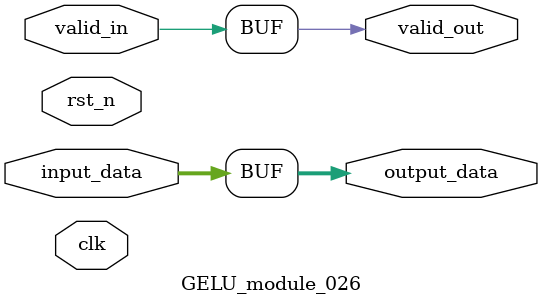
<source format=v>

module GELU_module_026 (
    input clk,
    input rst_n,
    input valid_in,
    output valid_out,
    // Add specific ports based on operator type
    input [31:0] input_data,
    output [31:0] output_data
);

    // Module implementation would go here
    // This is a template - actual implementation depends on the operator
    
        // Generic operator implementation
    assign output_data = input_data; // Placeholder
    assign valid_out = valid_in;

endmodule

</source>
